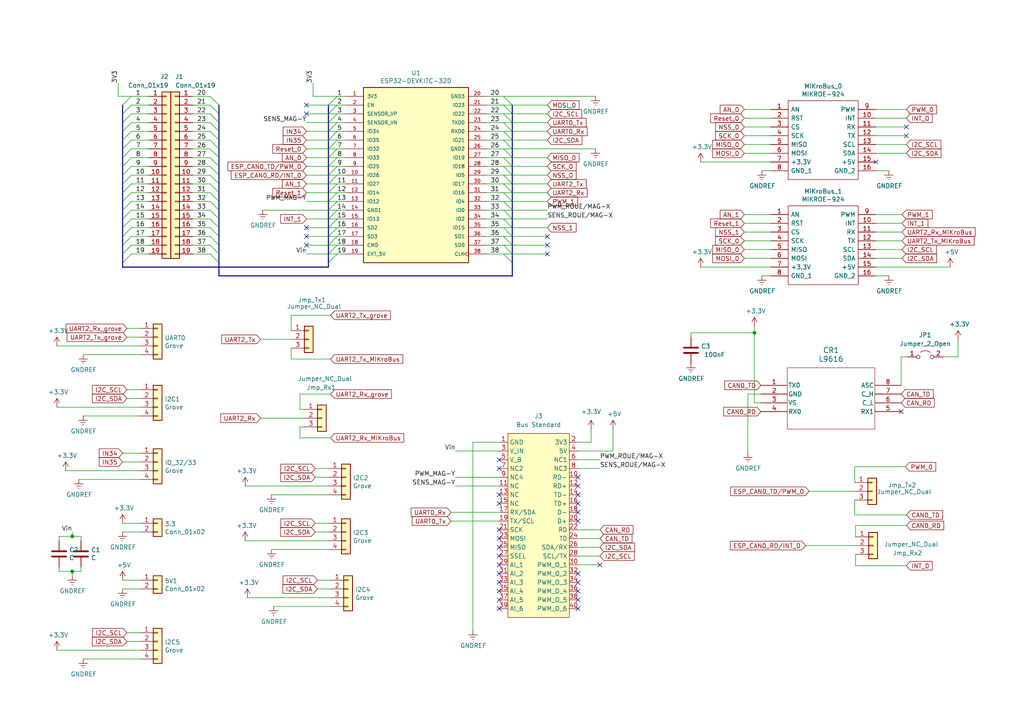
<source format=kicad_sch>
(kicad_sch (version 20230121) (generator eeschema)
  (paper "A4")
  (junction (at 20.955 165.735))
  (junction (at 20.955 155.575))
  (junction (at 218.821 96.52))
  (no_connect (at 167.64 171.45))
  (no_connect (at 173.99 163.83))
  (no_connect (at 167.64 146.05))
  (no_connect (at 167.64 140.97))
  (no_connect (at 262.89 39.37))
  (no_connect (at 88.9 71.12))
  (no_connect (at 144.78 133.35))
  (no_connect (at 144.78 153.67))
  (no_connect (at 144.78 146.05))
  (no_connect (at 262.89 36.83))
  (no_connect (at 167.64 138.43))
  (no_connect (at 88.9 30.48))
  (no_connect (at 144.78 166.37))
  (no_connect (at 167.64 168.91))
  (no_connect (at 144.78 176.53))
  (no_connect (at 167.64 173.99))
  (no_connect (at 167.64 176.53))
  (no_connect (at 88.9 33.02))
  (no_connect (at 88.9 66.04))
  (no_connect (at 254 46.99))
  (no_connect (at 167.64 166.37))
  (no_connect (at 144.78 158.75))
  (no_connect (at 144.78 161.29))
  (no_connect (at 261.366 119.38))
  (no_connect (at 144.78 173.99))
  (no_connect (at 144.78 163.83))
  (no_connect (at 167.64 143.51))
  (no_connect (at 158.75 73.66))
  (no_connect (at 144.78 135.89))
  (no_connect (at 144.78 168.91))
  (no_connect (at 88.9 68.58))
  (no_connect (at 167.64 148.59))
  (no_connect (at 144.78 171.45))
  (no_connect (at 144.78 143.51))
  (no_connect (at 144.78 156.21))
  (no_connect (at 167.64 151.13))
  (no_connect (at 158.75 68.58))
  (no_connect (at 158.75 71.12))
  (bus_entry (at 60.96 53.34) (size 2.54 2.54))
  (bus_entry (at 146.05 38.1) (size 2.54 2.54))
  (bus_entry (at 35.56 45.72) (size 2.54 -2.54))
  (bus_entry (at 60.96 66.04) (size 2.54 2.54))
  (bus_entry (at 95.25 63.5) (size 2.54 -2.54))
  (bus_entry (at 95.25 40.64) (size 2.54 -2.54))
  (bus_entry (at 60.96 45.72) (size 2.54 2.54))
  (bus_entry (at 95.25 53.34) (size 2.54 -2.54))
  (bus_entry (at 146.05 58.42) (size 2.54 2.54))
  (bus_entry (at 95.25 50.8) (size 2.54 -2.54))
  (bus_entry (at 60.96 38.1) (size 2.54 2.54))
  (bus_entry (at 60.96 40.64) (size 2.54 2.54))
  (bus_entry (at 95.25 71.12) (size 2.54 -2.54))
  (bus_entry (at 146.05 40.64) (size 2.54 2.54))
  (bus_entry (at 95.25 68.58) (size 2.54 -2.54))
  (bus_entry (at 95.25 48.26) (size 2.54 -2.54))
  (bus_entry (at 35.56 73.66) (size 2.54 -2.54))
  (bus_entry (at 146.05 55.88) (size 2.54 2.54))
  (bus_entry (at 35.56 38.1) (size 2.54 -2.54))
  (bus_entry (at 95.25 66.04) (size 2.54 -2.54))
  (bus_entry (at 60.96 63.5) (size 2.54 2.54))
  (bus_entry (at 95.25 58.42) (size 2.54 -2.54))
  (bus_entry (at 35.56 58.42) (size 2.54 -2.54))
  (bus_entry (at 146.05 60.96) (size 2.54 2.54))
  (bus_entry (at 95.25 73.66) (size 2.54 -2.54))
  (bus_entry (at 35.56 53.34) (size 2.54 -2.54))
  (bus_entry (at 146.05 35.56) (size 2.54 2.54))
  (bus_entry (at 35.56 71.12) (size 2.54 -2.54))
  (bus_entry (at 60.96 43.18) (size 2.54 2.54))
  (bus_entry (at 35.56 40.64) (size 2.54 -2.54))
  (bus_entry (at 146.05 27.94) (size 2.54 2.54))
  (bus_entry (at 95.25 35.56) (size 2.54 -2.54))
  (bus_entry (at 60.96 35.56) (size 2.54 2.54))
  (bus_entry (at 60.96 68.58) (size 2.54 2.54))
  (bus_entry (at 95.25 30.48) (size 2.54 -2.54))
  (bus_entry (at 146.05 30.48) (size 2.54 2.54))
  (bus_entry (at 60.96 58.42) (size 2.54 2.54))
  (bus_entry (at 146.05 48.26) (size 2.54 2.54))
  (bus_entry (at 60.96 55.88) (size 2.54 2.54))
  (bus_entry (at 60.96 71.12) (size 2.54 2.54))
  (bus_entry (at 95.25 43.18) (size 2.54 -2.54))
  (bus_entry (at 60.96 27.94) (size 2.54 2.54))
  (bus_entry (at 60.96 50.8) (size 2.54 2.54))
  (bus_entry (at 146.05 53.34) (size 2.54 2.54))
  (bus_entry (at 60.96 60.96) (size 2.54 2.54))
  (bus_entry (at 35.56 66.04) (size 2.54 -2.54))
  (bus_entry (at 35.56 76.2) (size 2.54 -2.54))
  (bus_entry (at 35.56 63.5) (size 2.54 -2.54))
  (bus_entry (at 35.56 55.88) (size 2.54 -2.54))
  (bus_entry (at 95.25 60.96) (size 2.54 -2.54))
  (bus_entry (at 95.25 38.1) (size 2.54 -2.54))
  (bus_entry (at 35.56 50.8) (size 2.54 -2.54))
  (bus_entry (at 95.25 76.2) (size 2.54 -2.54))
  (bus_entry (at 146.05 50.8) (size 2.54 2.54))
  (bus_entry (at 146.05 33.02) (size 2.54 2.54))
  (bus_entry (at 60.96 33.02) (size 2.54 2.54))
  (bus_entry (at 60.96 73.66) (size 2.54 2.54))
  (bus_entry (at 35.56 35.56) (size 2.54 -2.54))
  (bus_entry (at 95.25 55.88) (size 2.54 -2.54))
  (bus_entry (at 60.96 30.48) (size 2.54 2.54))
  (bus_entry (at 146.05 66.04) (size 2.54 2.54))
  (bus_entry (at 35.56 33.02) (size 2.54 -2.54))
  (bus_entry (at 95.25 45.72) (size 2.54 -2.54))
  (bus_entry (at 60.96 48.26) (size 2.54 2.54))
  (bus_entry (at 146.05 71.12) (size 2.54 2.54))
  (bus_entry (at 146.05 68.58) (size 2.54 2.54))
  (bus_entry (at 35.56 48.26) (size 2.54 -2.54))
  (bus_entry (at 35.56 43.18) (size 2.54 -2.54))
  (bus_entry (at 146.05 73.66) (size 2.54 2.54))
  (bus_entry (at 146.05 63.5) (size 2.54 2.54))
  (bus_entry (at 35.56 68.58) (size 2.54 -2.54))
  (bus_entry (at 35.56 30.48) (size 2.54 -2.54))
  (bus_entry (at 95.25 33.02) (size 2.54 -2.54))
  (bus_entry (at 35.56 60.96) (size 2.54 -2.54))
  (bus_entry (at 146.05 43.18) (size 2.54 2.54))
  (bus_entry (at 146.05 45.72) (size 2.54 2.54))
  (bus (pts (xy 95.25 43.18) (xy 95.25 45.72)))
  (wire (pts (xy 148.59 63.5) (xy 158.75 63.5)))
  (wire (pts (xy 261.366 103.505) (xy 263.271 103.505)))
  (wire (pts (xy 223.52 77.47) (xy 203.2 77.47)))
  (wire (pts (xy 146.05 58.42) (xy 148.59 58.42)))
  (wire (pts (xy 132.08 140.97) (xy 144.78 140.97)))
  (wire (pts (xy 95.25 151.765) (xy 91.44 151.765)))
  (wire (pts (xy 88.9 35.56) (xy 95.25 35.56)))
  (bus (pts (xy 63.5 38.1) (xy 63.5 40.64)))
  (wire (pts (xy 247.904 145.034) (xy 247.904 149.352)))
  (wire (pts (xy 40.64 168.275) (xy 35.56 168.275)))
  (wire (pts (xy 247.904 149.352) (xy 262.89 149.352)))
  (wire (pts (xy 167.64 158.75) (xy 173.99 158.75)))
  (wire (pts (xy 38.1 60.96) (xy 43.18 60.96)))
  (wire (pts (xy 20.955 167.005) (xy 20.955 165.735)))
  (wire (pts (xy 97.79 71.12) (xy 100.33 71.12)))
  (wire (pts (xy 75.565 98.425) (xy 84.455 98.425)))
  (wire (pts (xy 140.97 71.12) (xy 146.05 71.12)))
  (wire (pts (xy 38.1 63.5) (xy 43.18 63.5)))
  (wire (pts (xy 60.96 66.04) (xy 55.88 66.04)))
  (bus (pts (xy 63.5 40.64) (xy 63.5 43.18)))
  (wire (pts (xy 140.97 27.94) (xy 146.05 27.94)))
  (bus (pts (xy 95.25 48.26) (xy 95.25 50.8)))
  (wire (pts (xy 76.2 60.96) (xy 95.25 60.96)))
  (wire (pts (xy 148.59 48.26) (xy 158.75 48.26)))
  (wire (pts (xy 148.59 66.04) (xy 158.75 66.04)))
  (wire (pts (xy 95.25 33.02) (xy 97.79 33.02)))
  (wire (pts (xy 95.25 43.18) (xy 97.79 43.18)))
  (wire (pts (xy 90.805 24.13) (xy 90.805 27.94)))
  (wire (pts (xy 148.59 50.8) (xy 158.75 50.8)))
  (wire (pts (xy 97.79 48.26) (xy 100.33 48.26)))
  (wire (pts (xy 38.1 66.04) (xy 43.18 66.04)))
  (wire (pts (xy 261.62 64.77) (xy 254 64.77)))
  (wire (pts (xy 223.52 34.29) (xy 215.9 34.29)))
  (bus (pts (xy 148.59 35.56) (xy 148.59 38.1)))
  (wire (pts (xy 167.64 163.83) (xy 173.99 163.83)))
  (wire (pts (xy 88.9 73.66) (xy 95.25 73.66)))
  (wire (pts (xy 140.97 55.88) (xy 146.05 55.88)))
  (wire (pts (xy 167.64 161.29) (xy 173.99 161.29)))
  (wire (pts (xy 88.9 63.5) (xy 95.25 63.5)))
  (wire (pts (xy 95.885 168.275) (xy 92.075 168.275)))
  (wire (pts (xy 220.726 114.3) (xy 216.916 114.3)))
  (wire (pts (xy 140.97 30.48) (xy 146.05 30.48)))
  (wire (pts (xy 40.64 118.11) (xy 16.51 118.11)))
  (bus (pts (xy 63.5 63.5) (xy 63.5 66.04)))
  (wire (pts (xy 146.05 53.34) (xy 148.59 53.34)))
  (wire (pts (xy 148.59 53.34) (xy 158.75 53.34)))
  (wire (pts (xy 55.88 53.34) (xy 60.96 53.34)))
  (wire (pts (xy 60.96 40.64) (xy 55.88 40.64)))
  (wire (pts (xy 146.05 43.18) (xy 148.59 43.18)))
  (wire (pts (xy 17.145 155.575) (xy 20.955 155.575)))
  (bus (pts (xy 35.56 58.42) (xy 35.56 60.96)))
  (bus (pts (xy 148.59 43.18) (xy 148.59 45.72)))
  (wire (pts (xy 97.79 40.64) (xy 100.33 40.64)))
  (wire (pts (xy 60.96 30.48) (xy 55.88 30.48)))
  (bus (pts (xy 148.59 48.26) (xy 148.59 50.8)))
  (wire (pts (xy 97.79 66.04) (xy 100.33 66.04)))
  (wire (pts (xy 95.25 45.72) (xy 97.79 45.72)))
  (wire (pts (xy 177.8 130.81) (xy 177.8 124.46)))
  (wire (pts (xy 167.64 153.67) (xy 173.99 153.67)))
  (wire (pts (xy 55.88 38.1) (xy 60.96 38.1)))
  (wire (pts (xy 262.89 34.29) (xy 254 34.29)))
  (bus (pts (xy 95.25 53.34) (xy 95.25 55.88)))
  (wire (pts (xy 97.79 53.34) (xy 100.33 53.34)))
  (wire (pts (xy 60.96 50.8) (xy 55.88 50.8)))
  (wire (pts (xy 24.13 120.65) (xy 40.64 120.65)))
  (wire (pts (xy 38.1 33.02) (xy 43.18 33.02)))
  (wire (pts (xy 262.89 39.37) (xy 254 39.37)))
  (bus (pts (xy 95.25 76.2) (xy 95.25 77.47)))
  (wire (pts (xy 148.59 71.12) (xy 158.75 71.12)))
  (wire (pts (xy 95.25 154.305) (xy 91.44 154.305)))
  (wire (pts (xy 88.9 55.88) (xy 95.25 55.88)))
  (wire (pts (xy 88.9 53.34) (xy 95.25 53.34)))
  (wire (pts (xy 223.52 36.83) (xy 215.9 36.83)))
  (wire (pts (xy 60.96 71.12) (xy 55.88 71.12)))
  (wire (pts (xy 95.25 135.89) (xy 91.44 135.89)))
  (bus (pts (xy 148.59 50.8) (xy 148.59 53.34)))
  (wire (pts (xy 254 44.45) (xy 262.89 44.45)))
  (wire (pts (xy 84.455 104.14) (xy 84.455 100.965)))
  (wire (pts (xy 148.59 35.56) (xy 158.75 35.56)))
  (wire (pts (xy 257.81 80.01) (xy 254 80.01)))
  (wire (pts (xy 43.18 35.56) (xy 38.1 35.56)))
  (wire (pts (xy 20.955 155.575) (xy 23.495 155.575)))
  (wire (pts (xy 40.64 188.595) (xy 16.51 188.595)))
  (wire (pts (xy 146.05 38.1) (xy 148.59 38.1)))
  (wire (pts (xy 262.89 41.91) (xy 254 41.91)))
  (wire (pts (xy 84.455 104.14) (xy 95.885 104.14)))
  (wire (pts (xy 40.64 154.305) (xy 35.56 154.305)))
  (wire (pts (xy 95.25 35.56) (xy 97.79 35.56)))
  (wire (pts (xy 223.52 64.77) (xy 215.9 64.77)))
  (wire (pts (xy 40.64 186.055) (xy 36.83 186.055)))
  (wire (pts (xy 140.97 66.04) (xy 146.05 66.04)))
  (wire (pts (xy 95.25 63.5) (xy 97.79 63.5)))
  (wire (pts (xy 140.97 53.34) (xy 146.05 53.34)))
  (wire (pts (xy 140.97 58.42) (xy 146.05 58.42)))
  (wire (pts (xy 23.495 165.735) (xy 20.955 165.735)))
  (wire (pts (xy 261.366 111.76) (xy 261.366 103.505)))
  (wire (pts (xy 38.1 27.94) (xy 43.18 27.94)))
  (bus (pts (xy 35.56 40.64) (xy 35.56 43.18)))
  (wire (pts (xy 247.904 135.382) (xy 262.636 135.382)))
  (wire (pts (xy 95.25 30.48) (xy 97.79 30.48)))
  (wire (pts (xy 200.406 96.52) (xy 200.406 97.79)))
  (bus (pts (xy 63.5 76.2) (xy 63.5 80.01)))
  (wire (pts (xy 215.9 44.45) (xy 223.52 44.45)))
  (wire (pts (xy 55.88 43.18) (xy 60.96 43.18)))
  (wire (pts (xy 38.1 38.1) (xy 43.18 38.1)))
  (wire (pts (xy 97.79 35.56) (xy 100.33 35.56)))
  (bus (pts (xy 95.25 60.96) (xy 95.25 63.5)))
  (wire (pts (xy 88.9 50.8) (xy 95.25 50.8)))
  (bus (pts (xy 95.25 77.47) (xy 35.56 77.47)))
  (bus (pts (xy 95.25 63.5) (xy 95.25 66.04)))
  (bus (pts (xy 63.5 71.12) (xy 63.5 73.66)))
  (bus (pts (xy 63.5 45.72) (xy 63.5 48.26)))
  (bus (pts (xy 95.25 30.48) (xy 95.25 33.02)))
  (wire (pts (xy 24.13 191.135) (xy 40.64 191.135)))
  (wire (pts (xy 55.88 63.5) (xy 60.96 63.5)))
  (wire (pts (xy 275.59 77.47) (xy 254 77.47)))
  (wire (pts (xy 97.79 50.8) (xy 100.33 50.8)))
  (wire (pts (xy 55.88 73.66) (xy 60.96 73.66)))
  (wire (pts (xy 40.64 100.33) (xy 16.51 100.33)))
  (wire (pts (xy 223.52 46.99) (xy 203.2 46.99)))
  (wire (pts (xy 95.25 55.88) (xy 97.79 55.88)))
  (bus (pts (xy 35.56 30.48) (xy 35.56 33.02)))
  (wire (pts (xy 88.9 33.02) (xy 95.25 33.02)))
  (wire (pts (xy 223.52 80.01) (xy 220.98 80.01)))
  (wire (pts (xy 20.955 165.735) (xy 17.145 165.735)))
  (wire (pts (xy 97.79 58.42) (xy 100.33 58.42)))
  (wire (pts (xy 261.62 67.31) (xy 254 67.31)))
  (wire (pts (xy 22.86 139.065) (xy 40.64 139.065)))
  (wire (pts (xy 23.495 155.575) (xy 23.495 156.845)))
  (wire (pts (xy 273.431 103.505) (xy 277.876 103.505)))
  (wire (pts (xy 95.25 156.845) (xy 71.12 156.845)))
  (bus (pts (xy 35.56 71.12) (xy 35.56 73.66)))
  (bus (pts (xy 95.25 33.02) (xy 95.25 35.56)))
  (wire (pts (xy 140.97 68.58) (xy 146.05 68.58)))
  (wire (pts (xy 34.29 24.13) (xy 34.29 27.94)))
  (bus (pts (xy 63.5 50.8) (xy 63.5 53.34)))
  (wire (pts (xy 146.05 45.72) (xy 148.59 45.72)))
  (wire (pts (xy 218.821 96.52) (xy 218.821 116.84)))
  (bus (pts (xy 35.56 76.2) (xy 35.56 77.47)))
  (wire (pts (xy 95.25 71.12) (xy 97.79 71.12)))
  (wire (pts (xy 97.79 73.66) (xy 100.33 73.66)))
  (wire (pts (xy 97.79 63.5) (xy 100.33 63.5)))
  (wire (pts (xy 146.05 33.02) (xy 148.59 33.02)))
  (wire (pts (xy 35.56 133.985) (xy 40.64 133.985)))
  (wire (pts (xy 254 74.93) (xy 261.62 74.93)))
  (wire (pts (xy 218.821 94.615) (xy 218.821 96.52)))
  (wire (pts (xy 35.56 131.445) (xy 40.64 131.445)))
  (wire (pts (xy 55.88 48.26) (xy 60.96 48.26)))
  (bus (pts (xy 148.59 33.02) (xy 148.59 35.56)))
  (wire (pts (xy 86.995 118.745) (xy 88.265 118.745)))
  (wire (pts (xy 95.25 48.26) (xy 97.79 48.26)))
  (wire (pts (xy 146.05 71.12) (xy 148.59 71.12)))
  (wire (pts (xy 34.29 27.94) (xy 38.1 27.94)))
  (bus (pts (xy 148.59 63.5) (xy 148.59 66.04)))
  (bus (pts (xy 35.56 45.72) (xy 35.56 48.26)))
  (wire (pts (xy 132.08 130.81) (xy 144.78 130.81)))
  (wire (pts (xy 17.145 165.735) (xy 17.145 164.465)))
  (wire (pts (xy 78.74 159.385) (xy 95.25 159.385)))
  (bus (pts (xy 63.5 68.58) (xy 63.5 71.12)))
  (bus (pts (xy 63.5 35.56) (xy 63.5 38.1)))
  (wire (pts (xy 215.9 39.37) (xy 223.52 39.37)))
  (wire (pts (xy 248.158 155.702) (xy 248.158 152.4)))
  (bus (pts (xy 63.5 58.42) (xy 63.5 60.96)))
  (wire (pts (xy 130.81 148.59) (xy 144.78 148.59)))
  (wire (pts (xy 23.495 164.465) (xy 23.495 165.735)))
  (wire (pts (xy 262.89 31.75) (xy 254 31.75)))
  (wire (pts (xy 38.1 48.26) (xy 43.18 48.26)))
  (wire (pts (xy 248.158 164.084) (xy 262.89 164.084)))
  (wire (pts (xy 132.08 138.43) (xy 144.78 138.43)))
  (wire (pts (xy 95.25 38.1) (xy 97.79 38.1)))
  (bus (pts (xy 35.56 53.34) (xy 35.56 55.88)))
  (wire (pts (xy 173.99 135.89) (xy 167.64 135.89)))
  (wire (pts (xy 60.96 35.56) (xy 55.88 35.56)))
  (wire (pts (xy 261.62 62.23) (xy 254 62.23)))
  (wire (pts (xy 144.78 128.27) (xy 137.16 128.27)))
  (wire (pts (xy 97.79 55.88) (xy 100.33 55.88)))
  (wire (pts (xy 55.88 68.58) (xy 60.96 68.58)))
  (wire (pts (xy 95.25 68.58) (xy 97.79 68.58)))
  (wire (pts (xy 148.59 30.48) (xy 158.75 30.48)))
  (bus (pts (xy 95.25 38.1) (xy 95.25 40.64)))
  (wire (pts (xy 130.81 151.13) (xy 144.78 151.13)))
  (bus (pts (xy 35.56 60.96) (xy 35.56 63.5)))
  (wire (pts (xy 86.995 123.825) (xy 88.265 123.825)))
  (wire (pts (xy 148.59 43.18) (xy 172.72 43.18)))
  (wire (pts (xy 43.18 40.64) (xy 38.1 40.64)))
  (wire (pts (xy 233.68 158.242) (xy 248.158 158.242)))
  (wire (pts (xy 95.25 60.96) (xy 97.79 60.96)))
  (wire (pts (xy 38.1 55.88) (xy 43.18 55.88)))
  (wire (pts (xy 38.1 71.12) (xy 43.18 71.12)))
  (wire (pts (xy 88.9 43.18) (xy 95.25 43.18)))
  (wire (pts (xy 148.59 55.88) (xy 158.75 55.88)))
  (wire (pts (xy 261.62 69.85) (xy 254 69.85)))
  (bus (pts (xy 35.56 38.1) (xy 35.56 40.64)))
  (wire (pts (xy 38.1 68.58) (xy 43.18 68.58)))
  (wire (pts (xy 254 36.83) (xy 262.89 36.83)))
  (bus (pts (xy 63.5 73.66) (xy 63.5 76.2)))
  (wire (pts (xy 167.64 130.81) (xy 177.8 130.81)))
  (wire (pts (xy 146.05 73.66) (xy 148.59 73.66)))
  (wire (pts (xy 223.52 49.53) (xy 220.98 49.53)))
  (bus (pts (xy 148.59 71.12) (xy 148.59 73.66)))
  (wire (pts (xy 97.79 33.02) (xy 100.33 33.02)))
  (wire (pts (xy 95.25 138.43) (xy 91.44 138.43)))
  (wire (pts (xy 140.97 48.26) (xy 146.05 48.26)))
  (bus (pts (xy 63.5 60.96) (xy 63.5 63.5)))
  (bus (pts (xy 148.59 58.42) (xy 148.59 60.96)))
  (wire (pts (xy 223.52 67.31) (xy 215.9 67.31)))
  (wire (pts (xy 216.916 114.3) (xy 216.916 131.445)))
  (bus (pts (xy 95.25 68.58) (xy 95.25 71.12)))
  (bus (pts (xy 148.59 66.04) (xy 148.59 68.58)))
  (wire (pts (xy 148.59 45.72) (xy 158.75 45.72)))
  (wire (pts (xy 140.97 35.56) (xy 146.05 35.56)))
  (wire (pts (xy 146.05 66.04) (xy 148.59 66.04)))
  (bus (pts (xy 35.56 55.88) (xy 35.56 58.42)))
  (wire (pts (xy 88.9 58.42) (xy 95.25 58.42)))
  (wire (pts (xy 247.904 139.954) (xy 247.904 135.382)))
  (wire (pts (xy 43.18 53.34) (xy 38.1 53.34)))
  (bus (pts (xy 148.59 80.01) (xy 63.5 80.01)))
  (wire (pts (xy 55.88 33.02) (xy 60.96 33.02)))
  (wire (pts (xy 88.9 66.04) (xy 95.25 66.04)))
  (wire (pts (xy 223.52 72.39) (xy 215.9 72.39)))
  (wire (pts (xy 86.995 127) (xy 86.995 123.825)))
  (wire (pts (xy 261.62 72.39) (xy 254 72.39)))
  (wire (pts (xy 88.9 71.12) (xy 95.25 71.12)))
  (bus (pts (xy 95.25 58.42) (xy 95.25 60.96)))
  (wire (pts (xy 97.79 45.72) (xy 100.33 45.72)))
  (bus (pts (xy 63.5 53.34) (xy 63.5 55.88)))
  (wire (pts (xy 146.05 60.96) (xy 148.59 60.96)))
  (wire (pts (xy 215.9 74.93) (xy 223.52 74.93)))
  (wire (pts (xy 97.79 27.94) (xy 100.33 27.94)))
  (wire (pts (xy 90.805 27.94) (xy 97.79 27.94)))
  (wire (pts (xy 95.25 40.64) (xy 97.79 40.64)))
  (bus (pts (xy 95.25 50.8) (xy 95.25 53.34)))
  (wire (pts (xy 200.406 96.52) (xy 218.821 96.52)))
  (wire (pts (xy 95.25 140.97) (xy 71.12 140.97)))
  (wire (pts (xy 97.79 68.58) (xy 100.33 68.58)))
  (wire (pts (xy 40.64 151.765) (xy 35.56 151.765)))
  (wire (pts (xy 146.05 55.88) (xy 148.59 55.88)))
  (bus (pts (xy 63.5 43.18) (xy 63.5 45.72)))
  (bus (pts (xy 35.56 63.5) (xy 35.56 66.04)))
  (bus (pts (xy 95.25 66.04) (xy 95.25 68.58)))
  (bus (pts (xy 63.5 66.04) (xy 63.5 68.58)))
  (wire (pts (xy 140.97 40.64) (xy 146.05 40.64)))
  (wire (pts (xy 38.1 50.8) (xy 43.18 50.8)))
  (bus (pts (xy 35.56 66.04) (xy 35.56 68.58)))
  (wire (pts (xy 95.25 66.04) (xy 97.79 66.04)))
  (wire (pts (xy 146.05 68.58) (xy 148.59 68.58)))
  (bus (pts (xy 148.59 73.66) (xy 148.59 76.2)))
  (bus (pts (xy 148.59 68.58) (xy 148.59 71.12)))
  (wire (pts (xy 215.9 69.85) (xy 223.52 69.85)))
  (wire (pts (xy 40.64 170.815) (xy 35.56 170.815)))
  (wire (pts (xy 40.64 95.25) (xy 36.83 95.25)))
  (wire (pts (xy 146.05 63.5) (xy 148.59 63.5)))
  (wire (pts (xy 97.79 43.18) (xy 100.33 43.18)))
  (wire (pts (xy 97.79 30.48) (xy 100.33 30.48)))
  (wire (pts (xy 148.59 40.64) (xy 158.75 40.64)))
  (bus (pts (xy 35.56 43.18) (xy 35.56 45.72)))
  (wire (pts (xy 223.52 31.75) (xy 215.9 31.75)))
  (wire (pts (xy 140.97 33.02) (xy 146.05 33.02)))
  (wire (pts (xy 43.18 30.48) (xy 38.1 30.48)))
  (wire (pts (xy 38.1 58.42) (xy 43.18 58.42)))
  (bus (pts (xy 63.5 30.48) (xy 63.5 33.02)))
  (wire (pts (xy 277.876 103.505) (xy 277.876 98.425)))
  (wire (pts (xy 97.79 38.1) (xy 100.33 38.1)))
  (wire (pts (xy 60.96 45.72) (xy 55.88 45.72)))
  (bus (pts (xy 35.56 33.02) (xy 35.56 35.56)))
  (wire (pts (xy 140.97 50.8) (xy 146.05 50.8)))
  (wire (pts (xy 95.25 50.8) (xy 97.79 50.8)))
  (wire (pts (xy 140.97 60.96) (xy 146.05 60.96)))
  (bus (pts (xy 35.56 73.66) (xy 35.56 76.2)))
  (wire (pts (xy 88.9 40.64) (xy 95.25 40.64)))
  (bus (pts (xy 95.25 71.12) (xy 95.25 73.66)))
  (wire (pts (xy 40.64 97.79) (xy 36.83 97.79)))
  (wire (pts (xy 167.64 128.27) (xy 171.45 128.27)))
  (wire (pts (xy 137.16 128.27) (xy 137.16 182.88)))
  (bus (pts (xy 95.25 45.72) (xy 95.25 48.26)))
  (wire (pts (xy 40.64 183.515) (xy 36.83 183.515)))
  (wire (pts (xy 148.59 68.58) (xy 158.75 68.58)))
  (wire (pts (xy 140.97 38.1) (xy 146.05 38.1)))
  (bus (pts (xy 148.59 55.88) (xy 148.59 58.42)))
  (wire (pts (xy 79.375 175.895) (xy 95.885 175.895)))
  (wire (pts (xy 60.96 60.96) (xy 55.88 60.96)))
  (bus (pts (xy 95.25 73.66) (xy 95.25 76.2)))
  (wire (pts (xy 220.726 116.84) (xy 218.821 116.84)))
  (wire (pts (xy 248.158 160.782) (xy 248.158 164.084)))
  (wire (pts (xy 140.97 73.66) (xy 146.05 73.66)))
  (bus (pts (xy 63.5 48.26) (xy 63.5 50.8)))
  (wire (pts (xy 38.1 43.18) (xy 43.18 43.18)))
  (wire (pts (xy 86.995 114.3) (xy 86.995 118.745)))
  (bus (pts (xy 148.59 38.1) (xy 148.59 40.64)))
  (bus (pts (xy 63.5 55.88) (xy 63.5 58.42)))
  (wire (pts (xy 146.05 40.64) (xy 148.59 40.64)))
  (wire (pts (xy 40.64 115.57) (xy 36.83 115.57)))
  (bus (pts (xy 148.59 40.64) (xy 148.59 43.18)))
  (wire (pts (xy 140.97 63.5) (xy 146.05 63.5)))
  (wire (pts (xy 88.9 38.1) (xy 95.25 38.1)))
  (wire (pts (xy 257.81 49.53) (xy 254 49.53)))
  (bus (pts (xy 35.56 35.56) (xy 35.56 38.1)))
  (bus (pts (xy 148.59 60.96) (xy 148.59 63.5)))
  (wire (pts (xy 248.158 152.4) (xy 262.89 152.4)))
  (bus (pts (xy 148.59 53.34) (xy 148.59 55.88)))
  (bus (pts (xy 35.56 68.58) (xy 35.56 71.12)))
  (bus (pts (xy 95.25 55.88) (xy 95.25 58.42)))
  (wire (pts (xy 146.05 35.56) (xy 148.59 35.56)))
  (bus (pts (xy 148.59 45.72) (xy 148.59 48.26)))
  (wire (pts (xy 78.74 143.51) (xy 95.25 143.51)))
  (wire (pts (xy 146.05 30.48) (xy 148.59 30.48)))
  (wire (pts (xy 38.1 73.66) (xy 43.18 73.66)))
  (wire (pts (xy 148.59 33.02) (xy 158.75 33.02)))
  (wire (pts (xy 60.96 55.88) (xy 55.88 55.88)))
  (wire (pts (xy 140.97 43.18) (xy 146.05 43.18)))
  (wire (pts (xy 43.18 45.72) (xy 38.1 45.72)))
  (wire (pts (xy 223.52 41.91) (xy 215.9 41.91)))
  (wire (pts (xy 40.64 113.03) (xy 36.83 113.03)))
  (wire (pts (xy 140.97 45.72) (xy 146.05 45.72)))
  (wire (pts (xy 171.45 128.27) (xy 171.45 124.46)))
  (wire (pts (xy 95.885 173.355) (xy 71.755 173.355)))
  (wire (pts (xy 95.25 58.42) (xy 97.79 58.42)))
  (bus (pts (xy 148.59 30.48) (xy 148.59 33.02)))
  (wire (pts (xy 148.59 38.1) (xy 158.75 38.1)))
  (wire (pts (xy 95.885 170.815) (xy 92.075 170.815)))
  (wire (pts (xy 148.59 73.66) (xy 158.75 73.66)))
  (wire (pts (xy 88.9 48.26) (xy 95.25 48.26)))
  (wire (pts (xy 148.59 60.96) (xy 158.75 60.96)))
  (bus (pts (xy 95.25 40.64) (xy 95.25 43.18)))
  (wire (pts (xy 55.88 27.94) (xy 60.96 27.94)))
  (wire (pts (xy 97.79 60.96) (xy 100.33 60.96)))
  (wire (pts (xy 88.9 30.48) (xy 95.25 30.48)))
  (wire (pts (xy 55.88 58.42) (xy 60.96 58.42)))
  (bus (pts (xy 63.5 33.02) (xy 63.5 35.56)))
  (wire (pts (xy 84.455 91.44) (xy 95.885 91.44)))
  (wire (pts (xy 17.145 156.845) (xy 17.145 155.575)))
  (wire (pts (xy 146.05 48.26) (xy 148.59 48.26)))
  (wire (pts (xy 20.955 154.305) (xy 20.955 155.575)))
  (wire (pts (xy 95.25 73.66) (xy 97.79 73.66)))
  (bus (pts (xy 148.59 76.2) (xy 148.59 80.01)))
  (wire (pts (xy 88.9 45.72) (xy 95.25 45.72)))
  (bus (pts (xy 35.56 48.26) (xy 35.56 50.8)))
  (wire (pts (xy 148.59 58.42) (xy 158.75 58.42)))
  (wire (pts (xy 84.455 91.44) (xy 84.455 95.885)))
  (wire (pts (xy 88.9 68.58) (xy 95.25 68.58)))
  (wire (pts (xy 95.885 114.3) (xy 86.995 114.3)))
  (wire (pts (xy 24.13 102.87) (xy 40.64 102.87)))
  (wire (pts (xy 146.05 50.8) (xy 148.59 50.8)))
  (wire (pts (xy 75.565 121.285) (xy 88.265 121.285)))
  (wire (pts (xy 19.05 136.525) (xy 40.64 136.525)))
  (bus (pts (xy 35.56 50.8) (xy 35.56 53.34)))
  (wire (pts (xy 146.05 27.94) (xy 172.72 27.94)))
  (wire (pts (xy 173.99 133.35) (xy 167.64 133.35)))
  (wire (pts (xy 167.64 156.21) (xy 173.99 156.21)))
  (wire (pts (xy 86.995 127) (xy 95.885 127)))
  (wire (pts (xy 95.25 53.34) (xy 97.79 53.34)))
  (bus (pts (xy 95.25 35.56) (xy 95.25 38.1)))
  (wire (pts (xy 223.52 62.23) (xy 215.9 62.23)))
  (wire (pts (xy 234.696 142.494) (xy 247.904 142.494)))
  (label "25" (at 142.24 40.64 0))
  (label "2" (at 97.79 30.48 0))
  (label "16" (at 39.37 66.04 0))
  (label "23" (at 57.15 35.56 0))
  (label "28" (at 57.15 48.26 0))
  (label "4" (at 39.37 35.56 0))
  (label "33" (at 57.15 60.96 0))
  (label "20" (at 57.15 27.94 0))
  (label "27" (at 142.24 45.72 0))
  (label "3V3" (at 90.805 24.13 90))
  (label "34" (at 142.24 63.5 0))
  (label "30" (at 142.24 53.34 0))
  (label "3" (at 97.79 33.02 0))
  (label "23" (at 142.24 35.56 0))
  (label "17" (at 39.37 68.58 0))
  (label "PWM_MAG-Y" (at 132.08 138.43 180))
  (label "6" (at 97.79 40.64 0))
  (label "21" (at 57.15 30.48 0))
  (label "12" (at 97.79 55.88 0))
  (label "27" (at 57.15 45.72 0))
  (label "SENS_ROUE{slash}MAG-X" (at 158.75 63.5 0))
  (label "38" (at 142.24 73.66 0))
  (label "17" (at 97.79 68.58 0))
  (label "31" (at 57.15 55.88 0))
  (label "36" (at 142.24 68.58 0))
  (label "29" (at 57.15 50.8 0))
  (label "29" (at 142.24 50.8 0))
  (label "36" (at 57.15 68.58 0))
  (label "8" (at 97.79 45.72 0))
  (label "13" (at 39.37 58.42 0))
  (label "SENS_MAG-Y" (at 88.9 35.56 180))
  (label "26" (at 57.15 43.18 0))
  (label "3" (at 39.37 33.02 0))
  (label "SENS_ROUE{slash}MAG-X" (at 173.99 135.89 0))
  (label "28" (at 142.24 48.26 0))
  (label "26" (at 142.24 43.18 0))
  (label "15" (at 39.37 63.5 0))
  (label "8" (at 39.37 45.72 0))
  (label "30" (at 57.15 53.34 0))
  (label "6" (at 39.37 40.64 0))
  (label "22" (at 142.24 33.02 0))
  (label "21" (at 142.24 30.48 0))
  (label "9" (at 97.79 48.26 0))
  (label "PWM_ROUE{slash}MAG-X" (at 158.75 60.96 0))
  (label "2" (at 39.37 30.48 0))
  (label "Vin" (at 20.955 154.305 180))
  (label "7" (at 97.79 43.18 0))
  (label "33" (at 142.24 60.96 0))
  (label "14" (at 97.79 60.96 0))
  (label "38" (at 57.15 73.66 0))
  (label "PWM_ROUE{slash}MAG-X" (at 173.99 133.35 0))
  (label "32" (at 57.15 58.42 0))
  (label "24" (at 142.24 38.1 0))
  (label "3V3" (at 34.29 24.13 90))
  (label "35" (at 142.24 66.04 0))
  (label "18" (at 39.37 71.12 0))
  (label "7" (at 39.37 43.18 0))
  (label "5" (at 97.79 38.1 0))
  (label "5" (at 39.37 38.1 0))
  (label "25" (at 57.15 40.64 0))
  (label "34" (at 57.15 63.5 0))
  (label "4" (at 97.79 35.56 0))
  (label "19" (at 39.37 73.66 0))
  (label "PWM_MAG-Y" (at 88.9 58.42 180))
  (label "15" (at 97.79 63.5 0))
  (label "22" (at 57.15 33.02 0))
  (label "1" (at 97.79 27.94 0))
  (label "11" (at 97.79 53.34 0))
  (label "32" (at 142.24 58.42 0))
  (label "37" (at 57.15 71.12 0))
  (label "37" (at 142.24 71.12 0))
  (label "11" (at 39.37 53.34 0))
  (label "14" (at 39.37 60.96 0))
  (label "10" (at 39.37 50.8 0))
  (label "18" (at 97.79 71.12 0))
  (label "9" (at 39.37 48.26 0))
  (label "13" (at 97.79 58.42 0))
  (label "16" (at 97.79 66.04 0))
  (label "20" (at 142.24 27.94 0))
  (label "Vin" (at 132.08 130.81 180))
  (label "12" (at 39.37 55.88 0))
  (label "19" (at 97.79 73.66 0))
  (label "10" (at 97.79 50.8 0))
  (label "24" (at 57.15 38.1 0))
  (label "Vin" (at 88.9 73.66 180))
  (label "35" (at 57.15 66.04 0))
  (label "31" (at 142.24 55.88 0))
  (label "1" (at 39.37 27.94 0))
  (label "SENS_MAG-Y" (at 132.08 140.97 180))
  (global_label "AN_0" (shape input) (at 215.9 31.75 180) (property "Intersheetrefs" "${INTERSHEET_REFS}" (effects hide)))
  (global_label "MOSI_0" (shape input) (at 215.9 44.45 180) (property "Intersheetrefs" "${INTERSHEET_REFS}" (effects hide)))
  (global_label "ESP_CAN0_TD{slash}PWM_0" (shape input) (at 88.9 48.26 180) (property "Intersheetrefs" "${INTERSHEET_REFS}" (effects hide)))
  (global_label "UART0_Tx" (shape input) (at 158.75 35.56 0) (property "Intersheetrefs" "${INTERSHEET_REFS}" (effects hide)))
  (global_label "CAN_RD" (shape input) (at 173.99 153.67 0) (property "Intersheetrefs" "${INTERSHEET_REFS}" (effects hide)))
  (global_label "ESP_CAN0_TD{slash}PWM_0" (shape input) (at 234.696 142.494 180) (property "Intersheetrefs" "${INTERSHEET_REFS}" (effects hide)))
  (global_label "PWM_0" (shape input) (at 262.636 135.382 0) (property "Intersheetrefs" "${INTERSHEET_REFS}" (effects hide)))
  (global_label "UART2_Rx_grove" (shape input) (at 36.83 95.25 180) (property "Intersheetrefs" "${INTERSHEET_REFS}" (effects hide)))
  (global_label "I2C_SCL" (shape input) (at 262.89 41.91 0) (property "Intersheetrefs" "${INTERSHEET_REFS}" (effects hide)))
  (global_label "UART2_Rx_grove" (shape input) (at 95.885 114.3 0) (property "Intersheetrefs" "${INTERSHEET_REFS}" (effects hide)))
  (global_label "CAN_RD" (shape input) (at 261.366 116.84 0) (property "Intersheetrefs" "${INTERSHEET_REFS}" (effects hide)))
  (global_label "I2C_SCL" (shape input) (at 92.075 168.275 180) (property "Intersheetrefs" "${INTERSHEET_REFS}" (effects hide)))
  (global_label "AN_0" (shape input) (at 88.9 45.72 180) (property "Intersheetrefs" "${INTERSHEET_REFS}" (effects hide)))
  (global_label "MISO_0" (shape input) (at 215.9 41.91 180) (property "Intersheetrefs" "${INTERSHEET_REFS}" (effects hide)))
  (global_label "INT_1" (shape input) (at 261.62 64.77 0) (property "Intersheetrefs" "${INTERSHEET_REFS}" (effects hide)))
  (global_label "Reset_0" (shape input) (at 215.9 34.29 180) (property "Intersheetrefs" "${INTERSHEET_REFS}" (effects hide)))
  (global_label "MISO_0" (shape input) (at 158.75 45.72 0) (property "Intersheetrefs" "${INTERSHEET_REFS}" (effects hide)))
  (global_label "NSS_1" (shape input) (at 158.75 66.04 0) (property "Intersheetrefs" "${INTERSHEET_REFS}" (effects hide)))
  (global_label "CAN0_RD" (shape input) (at 220.726 119.38 180) (property "Intersheetrefs" "${INTERSHEET_REFS}" (effects hide)))
  (global_label "ESP_CAN0_RD{slash}INT_0" (shape input) (at 88.9 50.8 180) (property "Intersheetrefs" "${INTERSHEET_REFS}" (effects hide)))
  (global_label "UART2_Rx" (shape input) (at 158.75 55.88 0) (property "Intersheetrefs" "${INTERSHEET_REFS}" (effects hide)))
  (global_label "UART2_Rx_MiKroBus" (shape input) (at 95.885 127 0) (property "Intersheetrefs" "${INTERSHEET_REFS}" (effects hide)))
  (global_label "Reset_0" (shape input) (at 88.9 43.18 180) (property "Intersheetrefs" "${INTERSHEET_REFS}" (effects hide)))
  (global_label "UART0_Tx" (shape input) (at 130.81 151.13 180) (property "Intersheetrefs" "${INTERSHEET_REFS}" (effects hide)))
  (global_label "I2C_SCL" (shape input) (at 91.44 151.765 180) (property "Intersheetrefs" "${INTERSHEET_REFS}" (effects hide)))
  (global_label "UART0_Rx" (shape input) (at 158.75 38.1 0) (property "Intersheetrefs" "${INTERSHEET_REFS}" (effects hide)))
  (global_label "ESP_CAN0_RD{slash}INT_0" (shape input) (at 233.68 158.242 180) (property "Intersheetrefs" "${INTERSHEET_REFS}" (effects hide)))
  (global_label "Reset_1" (shape input) (at 88.9 55.88 180) (property "Intersheetrefs" "${INTERSHEET_REFS}" (effects hide)))
  (global_label "NSS_1" (shape input) (at 215.9 67.31 180) (property "Intersheetrefs" "${INTERSHEET_REFS}" (effects hide)))
  (global_label "I2C_SCL" (shape input) (at 173.99 161.29 0) (property "Intersheetrefs" "${INTERSHEET_REFS}" (effects hide)))
  (global_label "CAN0_TD" (shape input) (at 220.726 111.76 180) (property "Intersheetrefs" "${INTERSHEET_REFS}" (effects hide)))
  (global_label "I2C_SDA" (shape input) (at 261.62 74.93 0) (property "Intersheetrefs" "${INTERSHEET_REFS}" (effects hide)))
  (global_label "UART2_Tx" (shape input) (at 75.565 98.425 180) (property "Intersheetrefs" "${INTERSHEET_REFS}" (effects hide)))
  (global_label "MOSI_0" (shape input) (at 215.9 74.93 180) (property "Intersheetrefs" "${INTERSHEET_REFS}" (effects hide)))
  (global_label "CAN_TD" (shape input) (at 173.99 156.21 0) (property "Intersheetrefs" "${INTERSHEET_REFS}" (effects hide)))
  (global_label "CAN_TD" (shape input) (at 261.366 114.3 0) (property "Intersheetrefs" "${INTERSHEET_REFS}" (effects hide)))
  (global_label "SCK_0" (shape input) (at 215.9 69.85 180) (property "Intersheetrefs" "${INTERSHEET_REFS}" (effects hide)))
  (global_label "PWM_1" (shape input) (at 261.62 62.23 0) (property "Intersheetrefs" "${INTERSHEET_REFS}" (effects hide)))
  (global_label "INT_0" (shape input) (at 262.89 164.084 0) (property "Intersheetrefs" "${INTERSHEET_REFS}" (effects hide)))
  (global_label "I2C_SCL" (shape input) (at 91.44 135.89 180) (property "Intersheetrefs" "${INTERSHEET_REFS}" (effects hide)))
  (global_label "MOSI_0" (shape input) (at 158.75 30.48 0) (property "Intersheetrefs" "${INTERSHEET_REFS}" (effects hide)))
  (global_label "SCK_0" (shape input) (at 215.9 39.37 180) (property "Intersheetrefs" "${INTERSHEET_REFS}" (effects hide)))
  (global_label "I2C_SCL" (shape input) (at 36.83 113.03 180) (property "Intersheetrefs" "${INTERSHEET_REFS}" (effects hide)))
  (global_label "IN35" (shape input) (at 35.56 133.985 180) (property "Intersheetrefs" "${INTERSHEET_REFS}" (effects hide)))
  (global_label "I2C_SDA" (shape input) (at 173.99 158.75 0) (property "Intersheetrefs" "${INTERSHEET_REFS}" (effects hide)))
  (global_label "INT_1" (shape input) (at 88.9 63.5 180) (property "Intersheetrefs" "${INTERSHEET_REFS}" (effects hide)))
  (global_label "UART2_Tx" (shape input) (at 158.75 53.34 0) (property "Intersheetrefs" "${INTERSHEET_REFS}" (effects hide)))
  (global_label "CAN0_TD" (shape input) (at 262.89 149.352 0) (property "Intersheetrefs" "${INTERSHEET_REFS}" (effects hide)))
  (global_label "IN34" (shape input) (at 35.56 131.445 180) (property "Intersheetrefs" "${INTERSHEET_REFS}" (effects hide)))
  (global_label "UART2_Tx_MiKroBus" (shape input) (at 95.885 104.14 0) (property "Intersheetrefs" "${INTERSHEET_REFS}" (effects hide)))
  (global_label "UART2_Tx_grove" (shape input) (at 36.83 97.79 180) (property "Intersheetrefs" "${INTERSHEET_REFS}" (effects hide)))
  (global_label "CAN0_RD" (shape input) (at 262.89 152.4 0) (property "Intersheetrefs" "${INTERSHEET_REFS}" (effects hide)))
  (global_label "UART2_Rx_MiKroBus" (shape input) (at 261.62 67.31 0) (property "Intersheetrefs" "${INTERSHEET_REFS}" (effects hide)))
  (global_label "INT_0" (shape input) (at 262.89 34.29 0) (property "Intersheetrefs" "${INTERSHEET_REFS}" (effects hide)))
  (global_label "SCK_0" (shape input) (at 158.75 48.26 0) (property "Intersheetrefs" "${INTERSHEET_REFS}" (effects hide)))
  (global_label "IN34" (shape input) (at 88.9 38.1 180) (property "Intersheetrefs" "${INTERSHEET_REFS}" (effects hide)))
  (global_label "AN_1" (shape input) (at 88.9 53.34 180) (property "Intersheetrefs" "${INTERSHEET_REFS}" (effects hide)))
  (global_label "NSS_0" (shape input) (at 158.75 50.8 0) (property "Intersheetrefs" "${INTERSHEET_REFS}" (effects hide)))
  (global_label "Reset_1" (shape input) (at 215.9 64.77 180) (property "Intersheetrefs" "${INTERSHEET_REFS}" (effects hide)))
  (global_label "UART0_Rx" (shape input) (at 130.81 148.59 180) (property "Intersheetrefs" "${INTERSHEET_REFS}" (effects hide)))
  (global_label "I2C_SDA" (shape input) (at 262.89 44.45 0) (property "Intersheetrefs" "${INTERSHEET_REFS}" (effects hide)))
  (global_label "I2C_SDA" (shape input) (at 36.83 115.57 180) (property "Intersheetrefs" "${INTERSHEET_REFS}" (effects hide)))
  (global_label "I2C_SCL" (shape input) (at 36.83 183.515 180) (property "Intersheetrefs" "${INTERSHEET_REFS}" (effects hide)))
  (global_label "I2C_SDA" (shape input) (at 91.44 138.43 180) (property "Intersheetrefs" "${INTERSHEET_REFS}" (effects hide)))
  (global_label "I2C_SDA" (shape input) (at 158.75 40.64 0) (property "Intersheetrefs" "${INTERSHEET_REFS}" (effects hide)))
  (global_label "UART2_Rx" (shape input) (at 75.565 121.285 180) (property "Intersheetrefs" "${INTERSHEET_REFS}" (effects hide)))
  (global_label "NSS_0" (shape input) (at 215.9 36.83 180) (property "Intersheetrefs" "${INTERSHEET_REFS}" (effects hide)))
  (global_label "I2C_SCL" (shape input) (at 158.75 33.02 0) (property "Intersheetrefs" "${INTERSHEET_REFS}" (effects hide)))
  (global_label "UART2_Tx_grove" (shape input) (at 95.885 91.44 0) (property "Intersheetrefs" "${INTERSHEET_REFS}" (effects hide)))
  (global_label "MISO_0" (shape input) (at 215.9 72.39 180) (property "Intersheetrefs" "${INTERSHEET_REFS}" (effects hide)))
  (global_label "I2C_SCL" (shape input) (at 261.62 72.39 0) (property "Intersheetrefs" "${INTERSHEET_REFS}" (effects hide)))
  (global_label "I2C_SDA" (shape input) (at 36.83 186.055 180) (property "Intersheetrefs" "${INTERSHEET_REFS}" (effects hide)))
  (global_label "I2C_SDA" (shape input) (at 92.075 170.815 180) (property "Intersheetrefs" "${INTERSHEET_REFS}" (effects hide)))
  (global_label "AN_1" (shape input) (at 215.9 62.23 180) (property "Intersheetrefs" "${INTERSHEET_REFS}" (effects hide)))
  (global_label "UART2_Tx_MiKroBus" (shape input) (at 261.62 69.85 0) (property "Intersheetrefs" "${INTERSHEET_REFS}" (effects hide)))
  (global_label "PWM_0" (shape input) (at 262.89 31.75 0) (property "Intersheetrefs" "${INTERSHEET_REFS}" (effects hide)))
  (global_label "PWM_1" (shape input) (at 158.75 58.42 0) (property "Intersheetrefs" "${INTERSHEET_REFS}" (effects hide)))
  (global_label "IN35" (shape input) (at 88.9 40.64 180) (property "Intersheetrefs" "${INTERSHEET_REFS}" (effects hide)))
  (global_label "I2C_SDA" (shape input) (at 91.44 154.305 180) (property "Intersheetrefs" "${INTERSHEET_REFS}" (effects hide)))
  (symbol (lib_id "power:GNDREF") (at 172.72 27.94 0) (unit 1)
    (property "Reference" "#PWR0101" (effects hide))
    (property "Value" "GNDREF" (at 172.847 32.3342 0))
  )
  (symbol (lib_id "power:GNDREF") (at 220.98 49.53 0) (unit 1)
    (property "Reference" "#PWR0102" (effects hide))
    (property "Value" "GNDREF" (at 221.107 53.9242 0))
  )
  (symbol (lib_id "power:+3.3V") (at 203.2 46.99 0) (unit 1)
    (property "Reference" "#PWR0103" (effects hide))
    (property "Value" "+3.3V" (at 203.581 42.5958 0))
  )
  (symbol (lib_id "ESP32-DEVKITC-32D:ESP32-DEVKITC-32D") (at 120.65 50.8 0) (unit 1)
    (property "Reference" "U1" (at 120.65 21.1582 0))
    (property "Value" "ESP32-DEVKITC-32D" (at 120.65 23.4696 0))
    (property "Footprint" "ESP32-DEVKITC-32D:MODULE_ESP32-DEVKITC-32D" (effects hide))
    (property "PARTREV" "4" (effects hide))
    (property "MANUFACTURER" "Espressif Systems" (effects hide))
  )
  (symbol (lib_id "MIKROE-924:MIKROE-924") (at 223.52 31.75 0) (unit 1)
    (property "Reference" "MiKroBus_0" (at 238.76 25.019 0))
    (property "Value" "MIKROE-924" (at 238.76 27.3304 0))
    (property "Footprint" "MIKROE-924:MIKROE924" (effects hide))
    (property "Datasheet" "https://www.mikroe.com/microsd-click" (effects hide))
    (property "Description" "microSD click mikroBUS" (effects hide))
    (property "Height" "5" (effects hide))
    (property "Manufacturer_Name" "MIKROELEKTRONIKA" (effects hide))
    (property "Manufacturer_Part_Number" "MIKROE-924" (effects hide))
    (property "Mouser Part Number" "932-MIKROE-924" (effects hide))
    (property "Mouser Price/Stock" "https://www.mouser.com/Search/Refine.aspx?Keyword=932-MIKROE-924" (effects hide))
  )
  (symbol (lib_id "MIKROE-924:MIKROE-924") (at 223.52 62.23 0) (unit 1)
    (property "Reference" "MiKroBus_1" (at 238.76 55.499 0))
    (property "Value" "MIKROE-924" (at 238.76 57.8104 0))
    (property "Footprint" "MIKROE-924:MIKROE924" (effects hide))
    (property "Datasheet" "https://www.mikroe.com/microsd-click" (effects hide))
    (property "Description" "microSD click mikroBUS" (effects hide))
    (property "Height" "5" (effects hide))
    (property "Manufacturer_Name" "MIKROELEKTRONIKA" (effects hide))
    (property "Manufacturer_Part_Number" "MIKROE-924" (effects hide))
    (property "Mouser Part Number" "932-MIKROE-924" (effects hide))
    (property "Mouser Price/Stock" "https://www.mouser.com/Search/Refine.aspx?Keyword=932-MIKROE-924" (effects hide))
  )
  (symbol (lib_id "power:GNDREF") (at 220.98 80.01 0) (unit 1)
    (property "Reference" "#PWR0106" (effects hide))
    (property "Value" "GNDREF" (at 221.107 84.4042 0))
  )
  (symbol (lib_id "power:+3.3V") (at 203.2 77.47 0) (unit 1)
    (property "Reference" "#PWR0107" (effects hide))
    (property "Value" "+3.3V" (at 203.581 73.0758 0))
  )
  (symbol (lib_id "Connector_Generic:Conn_01x02") (at 45.72 151.765 0) (unit 1)
    (property "Reference" "3.3" (at 47.752 151.9682 0) (effects (justify left)))
    (property "Value" "Conn_01x02" (at 47.752 154.2796 0) (effects (justify left)))
    (property "Footprint" "Connector_PinHeader_2.54mm:PinHeader_1x02_P2.54mm_Vertical" (effects hide))
  )
  (symbol (lib_id "power:GNDREF") (at 35.56 154.305 0) (unit 1)
    (property "Reference" "#PWR0108" (effects hide))
    (property "Value" "GNDREF" (at 35.687 158.6992 0))
  )
  (symbol (lib_id "power:+3.3V") (at 35.56 151.765 0) (unit 1)
    (property "Reference" "#PWR0118" (effects hide))
    (property "Value" "+3.3V" (at 35.941 147.3708 0))
  )
  (symbol (lib_id "power:GNDREF") (at 24.13 120.65 0) (unit 1)
    (property "Reference" "#PWR0111" (effects hide))
    (property "Value" "GNDREF" (at 24.257 125.0442 0))
  )
  (symbol (lib_id "power:+3.3V") (at 16.51 118.11 0) (unit 1)
    (property "Reference" "#PWR0113" (effects hide))
    (property "Value" "+3.3V" (at 16.891 113.7158 0))
  )
  (symbol (lib_id "power:GNDREF") (at 257.81 49.53 0) (unit 1)
    (property "Reference" "#PWR0119" (effects hide))
    (property "Value" "GNDREF" (at 257.937 53.9242 0))
  )
  (symbol (lib_id "power:GNDREF") (at 257.81 80.01 0) (unit 1)
    (property "Reference" "#PWR0120" (effects hide))
    (property "Value" "GNDREF" (at 257.937 84.4042 0))
  )
  (symbol (lib_id "Connector_Generic:Conn_01x04") (at 45.72 97.79 0) (unit 1)
    (property "Reference" "UART0" (at 47.752 97.9932 0) (effects (justify left)))
    (property "Value" "Grove" (at 47.752 100.3046 0) (effects (justify left)))
    (property "Footprint" "Connector:NS-Tech_Grove_1x04_P2mm_Vertical" (effects hide))
  )
  (symbol (lib_id "Device:C") (at 23.495 160.655 0) (unit 1)
    (property "Reference" "C1" (at 26.416 159.4866 0) (effects (justify left)))
    (property "Value" "C" (at 26.416 161.798 0) (effects (justify left)))
    (property "Footprint" "Connector_PinHeader_2.54mm:PinHeader_1x02_P2.54mm_Vertical" (effects hide))
  )
  (symbol (lib_id "power:GNDREF") (at 20.955 167.005 0) (unit 1)
    (property "Reference" "#PWR0124" (effects hide))
    (property "Value" "GNDREF" (at 21.082 171.3992 0))
  )
  (symbol (lib_id "power:GNDREF") (at 76.2 60.96 0) (unit 1)
    (property "Reference" "#PWR0121" (effects hide))
    (property "Value" "GNDREF" (at 76.327 65.3542 0))
  )
  (symbol (lib_id "power:GNDREF") (at 172.72 43.18 0) (unit 1)
    (property "Reference" "#PWR0122" (effects hide))
    (property "Value" "GNDREF" (at 172.847 47.5742 0))
  )
  (symbol (lib_id "power:GNDREF") (at 24.13 102.87 0) (unit 1)
    (property "Reference" "#PWR0114" (effects hide))
    (property "Value" "GNDREF" (at 24.257 107.2642 0))
  )
  (symbol (lib_id "power:+3.3V") (at 16.51 100.33 0) (unit 1)
    (property "Reference" "#PWR0115" (effects hide))
    (property "Value" "+3.3V" (at 16.891 95.9358 0))
  )
  (symbol (lib_id "Connector_Generic:Conn_01x04") (at 45.72 115.57 0) (unit 1)
    (property "Reference" "I2C1" (at 47.752 115.7732 0) (effects (justify left)))
    (property "Value" "Grove" (at 47.752 118.0846 0) (effects (justify left)))
    (property "Footprint" "Connector:NS-Tech_Grove_1x04_P2mm_Vertical" (effects hide))
  )
  (symbol (lib_id "Device:C") (at 17.145 160.655 0) (unit 1)
    (property "Reference" "C2" (at 20.066 159.4866 0) (effects (justify left)))
    (property "Value" "C" (at 20.066 161.798 0) (effects (justify left)))
    (property "Footprint" "Capacitor_SMD:C_0805_2012Metric_Pad1.18x1.45mm_HandSolder" (effects hide))
  )
  (symbol (lib_id "Connector_Generic:Conn_01x02") (at 45.72 168.275 0) (unit 1)
    (property "Reference" "5V1" (at 47.752 168.4782 0) (effects (justify left)))
    (property "Value" "Conn_01x02" (at 47.752 170.7896 0) (effects (justify left)))
    (property "Footprint" "Connector_PinHeader_2.54mm:PinHeader_1x02_P2.54mm_Vertical" (effects hide))
  )
  (symbol (lib_id "power:GNDREF") (at 35.56 170.815 0) (unit 1)
    (property "Reference" "#PWR0125" (effects hide))
    (property "Value" "GNDREF" (at 35.687 175.2092 0))
  )
  (symbol (lib_id "power:+5V") (at 35.56 168.275 0) (unit 1)
    (property "Reference" "#PWR0126" (effects hide))
    (property "Value" "+5V" (at 35.941 163.8808 0))
  )
  (symbol (lib_id "power:GNDREF") (at 22.86 139.065 0) (unit 1)
    (property "Reference" "#PWR0116" (effects hide))
    (property "Value" "GNDREF" (at 22.987 143.4592 0))
  )
  (symbol (lib_id "power:+3.3V") (at 19.05 136.525 0) (unit 1)
    (property "Reference" "#PWR0117" (effects hide))
    (property "Value" "+3.3V" (at 19.431 132.1308 0))
  )
  (symbol (lib_id "Connector_Generic:Conn_01x04") (at 45.72 133.985 0) (unit 1)
    (property "Reference" "IO_32/33" (at 47.752 134.1882 0) (effects (justify left)))
    (property "Value" "Grove" (at 47.752 136.4996 0) (effects (justify left)))
    (property "Footprint" "Connector:NS-Tech_Grove_1x04_P2mm_Vertical" (effects hide))
  )
  (symbol (lib_id "power:+5V") (at 275.59 77.47 0) (unit 1)
    (property "Reference" "#PWR0127" (effects hide))
    (property "Value" "+5V" (at 275.971 73.0758 0))
  )
  (symbol (lib_id "Connector_Generic:Conn_01x03") (at 89.535 98.425 0) (unit 1)
    (property "Reference" "Jmp_Tx1" (at 86.36 86.995 0) (effects (justify left)))
    (property "Value" "Jumper_NC_Dual" (at 83.185 88.9 0) (effects (justify left)))
    (property "Footprint" "Connector_PinHeader_2.54mm:PinHeader_1x03_P2.54mm_Vertical" (effects hide))
  )
  (symbol (lib_id "Connector_Generic:Conn_01x03") (at 93.345 121.285 0) (unit 1)
    (property "Reference" "Jmp_Rx1" (at 88.9 112.395 0) (effects (justify left)))
    (property "Value" "Jumper_NC_Dual" (at 86.36 109.855 0) (effects (justify left)))
    (property "Footprint" "Connector_PinHeader_2.54mm:PinHeader_1x03_P2.54mm_Vertical" (effects hide))
  )
  (symbol (lib_id "Connector_Generic:Conn_01x04") (at 100.33 138.43 0) (unit 1)
    (property "Reference" "I2C2" (at 102.362 138.6332 0) (effects (justify left)))
    (property "Value" "Grove" (at 102.362 140.9446 0) (effects (justify left)))
    (property "Footprint" "Connector:NS-Tech_Grove_1x04_P2mm_Vertical" (effects hide))
  )
  (symbol (lib_id "Device:C") (at 200.406 101.6 0) (unit 1)
    (property "Reference" "C3" (at 203.327 100.4316 0) (effects (justify left)))
    (property "Value" "100nF" (at 204.216 102.87 0) (effects (justify left)))
    (property "Footprint" "Capacitor_SMD:C_0805_2012Metric_Pad1.18x1.45mm_HandSolder" (effects hide))
  )
  (symbol (lib_id "power:GNDREF") (at 216.916 131.445 0) (unit 1)
    (property "Reference" "#PWR012" (effects hide))
    (property "Value" "GNDREF" (at 217.043 135.8392 0))
  )
  (symbol (lib_id "Jumper:Jumper_2_Open") (at 268.351 103.505 0) (unit 1)
    (property "Reference" "JP1" (at 268.351 97.155 0))
    (property "Value" "Jumper_2_Open" (at 268.351 99.695 0))
    (property "Footprint" "Connector_PinHeader_2.54mm:PinHeader_1x02_P2.54mm_Vertical" (effects hide))
  )
  (symbol (lib_id "Connector_Generic:Conn_01x03") (at 253.238 158.242 0) (unit 1)
    (property "Reference" "Jmp_Rx2" (at 258.953 160.401 0) (effects (justify left)))
    (property "Value" "Jumper_NC_Dual" (at 256.413 157.861 0) (effects (justify left)))
    (property "Footprint" "Connector_PinHeader_2.54mm:PinHeader_1x03_P2.54mm_Vertical" (effects hide))
  )
  (symbol (lib_id "power:GNDREF") (at 78.74 159.385 0) (unit 1)
    (property "Reference" "#PWR06" (effects hide))
    (property "Value" "GNDREF" (at 78.867 163.7792 0))
  )
  (symbol (lib_id "power:GNDREF") (at 78.74 143.51 0) (unit 1)
    (property "Reference" "#PWR04" (effects hide))
    (property "Value" "GNDREF" (at 78.867 147.9042 0))
  )
  (symbol (lib_id "power:+3.3V") (at 71.755 173.355 0) (unit 1)
    (property "Reference" "#PWR07" (effects hide))
    (property "Value" "+3.3V" (at 72.136 168.9608 0))
  )
  (symbol (lib_id "power:+3.3V") (at 71.12 156.845 0) (unit 1)
    (property "Reference" "#PWR05" (effects hide))
    (property "Value" "+3.3V" (at 71.501 152.4508 0))
  )
  (symbol (lib_id "Connector_Generic:Conn_01x19") (at 50.8 50.8 0) (mirror y) (unit 1)
    (property "Reference" "J2" (at 48.895 22.225 0) (effects (justify left)))
    (property "Value" "Conn_01x19" (at 48.895 24.765 0) (effects (justify left)))
    (property "Footprint" "Connector_PinSocket_2.54mm:PinSocket_1x19_P2.54mm_Vertical" (effects hide))
  )
  (symbol (lib_id "Connector_Generic:Conn_01x19") (at 48.26 50.8 0) (unit 1)
    (property "Reference" "J1" (at 50.8 22.225 0) (effects (justify left)))
    (property "Value" "Conn_01x19" (at 50.8 24.765 0) (effects (justify left)))
    (property "Footprint" "Connector_PinSocket_2.54mm:PinSocket_1x19_P2.54mm_Vertical" (effects hide))
  )
  (symbol (lib_id "power:+3.3V") (at 71.12 140.97 0) (unit 1)
    (property "Reference" "#PWR03" (effects hide))
    (property "Value" "+3.3V" (at 71.501 136.5758 0))
  )
  (symbol (lib_id "power:+5V") (at 177.8 124.46 0) (unit 1)
    (property "Reference" "#PWR011" (effects hide))
    (property "Value" "+5V" (at 178.181 120.0658 0))
  )
  (symbol (lib_id "power:+3.3V") (at 218.821 94.615 0) (unit 1)
    (property "Reference" "#PWR013" (effects hide))
    (property "Value" "+3.3V" (at 219.202 90.2208 0))
  )
  (symbol (lib_id "power:+3.3V") (at 16.51 188.595 0) (unit 1)
    (property "Reference" "#PWR09" (effects hide))
    (property "Value" "+3.3V" (at 16.891 184.2008 0))
  )
  (symbol (lib_id "power:GNDREF") (at 137.16 182.88 0) (unit 1)
    (property "Reference" "#PWR01" (effects hide))
    (property "Value" "GNDREF" (at 137.287 187.2742 0))
  )
  (symbol (lib_id "power:+3.3V") (at 277.876 98.425 0) (unit 1)
    (property "Reference" "#PWR014" (effects hide))
    (property "Value" "+3.3V" (at 278.257 94.0308 0))
  )
  (symbol (lib_id "power:GNDREF") (at 200.406 105.41 0) (unit 1)
    (property "Reference" "#PWR015" (effects hide))
    (property "Value" "GNDREF" (at 200.533 109.8042 0))
  )
  (symbol (lib_id "Connector_Generic:Conn_01x04") (at 100.965 170.815 0) (unit 1)
    (property "Reference" "I2C4" (at 102.997 171.0182 0) (effects (justify left)))
    (property "Value" "Grove" (at 102.997 173.3296 0) (effects (justify left)))
    (property "Footprint" "Connector:NS-Tech_Grove_1x04_P2mm_Vertical" (effects hide))
  )
  (symbol (lib_id "Connector_Generic:Conn_01x04") (at 45.72 186.055 0) (unit 1)
    (property "Reference" "I2C5" (at 47.752 186.2582 0) (effects (justify left)))
    (property "Value" "Grove" (at 47.752 188.5696 0) (effects (justify left)))
    (property "Footprint" "Connector:NS-Tech_Grove_1x04_P2mm_Vertical" (effects hide))
  )
  (symbol (lib_id "Corecell_Intercon_Board:Flatsat_conn") (at 147.32 128.27 0) (unit 1)
    (property "Reference" "J3" (at 156.21 120.65 0))
    (property "Value" "Bus Standard" (at 156.21 123.19 0))
    (property "Footprint" "flatsat_conn:flatsat_conn" (effects hide))
  )
  (symbol (lib_id "power:GNDREF") (at 24.13 191.135 0) (unit 1)
    (property "Reference" "#PWR010" (effects hide))
    (property "Value" "GNDREF" (at 24.257 195.5292 0))
  )
  (symbol (lib_id "power:+3.3V") (at 171.45 124.46 0) (unit 1)
    (property "Reference" "#PWR02" (effects hide))
    (property "Value" "+3.3V" (at 171.45 119.38 0))
  )
  (symbol (lib_id "CAN_buffer:L9616") (at 220.726 111.76 0) (unit 1)
    (property "Reference" "CR1" (at 241.046 101.6 0) (effects (font (size 1.524 1.524))))
    (property "Value" "L9616" (at 241.046 104.14 0) (effects (font (size 1.524 1.524))))
    (property "Footprint" "CAN_buffer:SO-8_STM" (effects hide))
    (property "Datasheet" "L9616" (effects hide))
  )
  (symbol (lib_id "Connector_Generic:Conn_01x04") (at 100.33 154.305 0) (unit 1)
    (property "Reference" "I2C3" (at 102.362 154.5082 0) (effects (justify left)))
    (property "Value" "Grove" (at 102.362 156.8196 0) (effects (justify left)))
    (property "Footprint" "Connector:NS-Tech_Grove_1x04_P2mm_Vertical" (effects hide))
  )
  (symbol (lib_id "power:GNDREF") (at 79.375 175.895 0) (unit 1)
    (property "Reference" "#PWR08" (effects hide))
    (property "Value" "GNDREF" (at 79.502 180.2892 0))
  )
  (symbol (lib_id "Connector_Generic:Conn_01x03") (at 252.984 142.494 0) (unit 1)
    (property "Reference" "Jmp_Tx2" (at 257.556 140.716 0) (effects (justify left)))
    (property "Value" "Jumper_NC_Dual" (at 254.381 142.621 0) (effects (justify left)))
    (property "Footprint" "Connector_PinHeader_2.54mm:PinHeader_1x03_P2.54mm_Vertical" (effects hide))
  )
)
</source>
